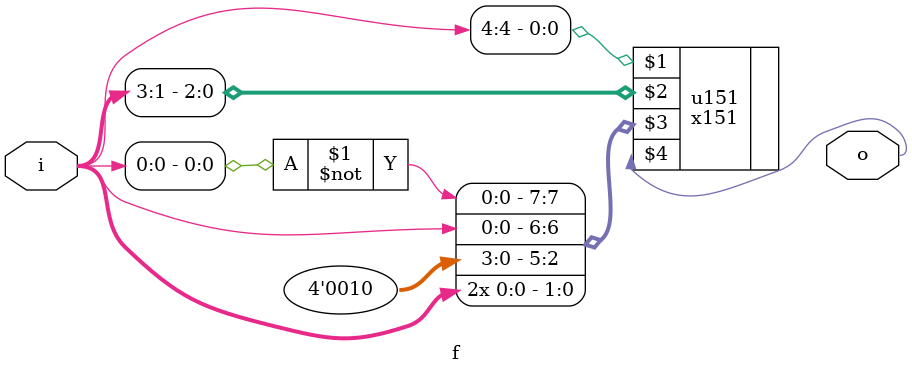
<source format=v>
`timescale 1ns / 1ps


//module dsbjq_x151(i1,i2,i3,i4,o);
//    input i1=0,i2=0,i3=0,i4=0;
//    output o;
//    reg d=8'b10000000;
//    always @(i4) d=d|i4<<3|i4<<6;
//    x151 u151(.en_l(0),.a({i1,i2,i3}),.d(d),.y(o),.y_l());
//endmodule
//    assign temp1=i[3:1];
//    assign temp2=(8'b10000000)|(i[0]<<3)|(i[0]<<6);

//module dsbjq4_x151(input [3:0]i,output o);
//    x151 u151(0,i[3:1],8'b10000000|i[0]<<3|i[0]<<5|i[0]<<6,o,);
//endmodule

module f(input [4:0]i,output o);
    x151 u151(i[4],i[3:1],{~i[0],i[0],4'd2,{2{i[0]}}},o,);
endmodule
</source>
